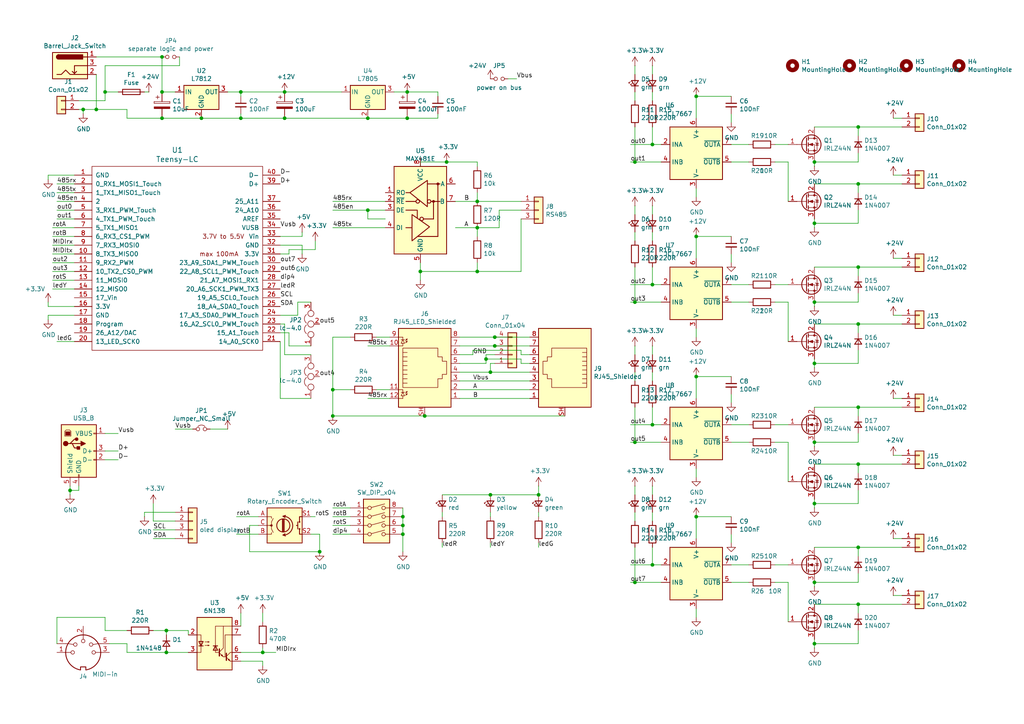
<source format=kicad_sch>
(kicad_sch (version 20250114) (generator "eeschema") (generator_version "9.0")
  (paper "A4")
  (junction (at 48.26 189.23))
  (junction (at 236.22 105.41))
  (junction (at 201.93 27.94))
  (junction (at 138.43 58.42))
  (junction (at 248.92 134.62))
  (junction (at 58.42 34.29))
  (junction (at 116.84 149.86))
  (junction (at 184.15 128.27))
  (junction (at 201.93 68.58))
  (junction (at 248.92 118.11))
  (junction (at 184.15 168.91))
  (junction (at 24.13 31.75))
  (junction (at 236.22 186.69))
  (junction (at 189.23 41.91))
  (junction (at 138.43 78.74))
  (junction (at 118.11 26.67))
  (junction (at 96.52 113.03))
  (junction (at 20.32 142.24))
  (junction (at 138.43 66.04))
  (junction (at 46.99 26.67))
  (junction (at 248.92 93.98))
  (junction (at 69.85 26.67))
  (junction (at 143.51 100.33))
  (junction (at 48.26 182.88))
  (junction (at 248.92 36.83))
  (junction (at 106.68 60.96))
  (junction (at 142.24 143.51))
  (junction (at 142.24 107.95))
  (junction (at 30.48 26.67))
  (junction (at 189.23 82.55))
  (junction (at 156.21 143.51))
  (junction (at 96.52 120.65))
  (junction (at 46.99 16.51))
  (junction (at 248.92 158.75))
  (junction (at 184.15 46.99))
  (junction (at 27.94 31.75))
  (junction (at 92.71 160.02))
  (junction (at 201.93 109.22))
  (junction (at 69.85 34.29))
  (junction (at 236.22 146.05))
  (junction (at 129.54 46.99))
  (junction (at 236.22 128.27))
  (junction (at 201.93 149.86))
  (junction (at 116.84 152.4))
  (junction (at 189.23 123.19))
  (junction (at 184.15 87.63))
  (junction (at 248.92 175.26))
  (junction (at 82.55 34.29))
  (junction (at 46.99 34.29))
  (junction (at 248.92 53.34))
  (junction (at 236.22 46.99))
  (junction (at 236.22 87.63))
  (junction (at 248.92 77.47))
  (junction (at 143.51 97.79))
  (junction (at 116.84 154.94))
  (junction (at 121.92 78.74))
  (junction (at 82.55 26.67))
  (junction (at 76.2 189.23))
  (junction (at 118.11 34.29))
  (junction (at 106.68 34.29))
  (junction (at 236.22 64.77))
  (junction (at 123.19 120.65))
  (junction (at 236.22 168.91))
  (junction (at 189.23 163.83))
  (junction (at 140.97 104.14))
  (wire (pts (xy 212.09 123.19) (xy 217.17 123.19)))
  (wire (pts (xy 259.08 34.29) (xy 261.62 34.29)))
  (wire (pts (xy 138.43 78.74) (xy 121.92 78.74)))
  (wire (pts (xy 21.59 63.5) (xy 16.51 63.5)))
  (wire (pts (xy 106.68 60.96) (xy 106.68 63.5)))
  (wire (pts (xy 48.26 182.88) (xy 54.61 182.88)))
  (wire (pts (xy 116.84 147.32) (xy 116.84 149.86)))
  (wire (pts (xy 21.59 78.74) (xy 15.24 78.74)))
  (wire (pts (xy 163.83 120.65) (xy 123.19 120.65)))
  (wire (pts (xy 248.92 134.62) (xy 261.62 134.62)))
  (wire (pts (xy 30.48 179.07) (xy 30.48 182.88)))
  (wire (pts (xy 259.08 115.57) (xy 261.62 115.57)))
  (wire (pts (xy 201.93 54.61) (xy 201.93 57.15)))
  (wire (pts (xy 76.2 189.23) (xy 76.2 187.96)))
  (wire (pts (xy 109.22 113.03) (xy 113.03 113.03)))
  (wire (pts (xy 142.24 157.48) (xy 142.24 158.75)))
  (wire (pts (xy 153.67 97.79) (xy 143.51 97.79)))
  (wire (pts (xy 22.86 140.97) (xy 22.86 142.24)))
  (wire (pts (xy 121.92 78.74) (xy 121.92 81.28)))
  (wire (pts (xy 248.92 93.98) (xy 261.62 93.98)))
  (wire (pts (xy 236.22 186.69) (xy 248.92 186.69)))
  (wire (pts (xy 248.92 137.16) (xy 248.92 134.62)))
  (wire (pts (xy 81.28 91.44) (xy 86.36 91.44)))
  (wire (pts (xy 189.23 123.19) (xy 182.88 123.19)))
  (wire (pts (xy 101.6 147.32) (xy 96.52 147.32)))
  (wire (pts (xy 96.52 58.42) (xy 111.76 58.42)))
  (wire (pts (xy 82.55 34.29) (xy 106.68 34.29)))
  (wire (pts (xy 118.11 34.29) (xy 127 34.29)))
  (wire (pts (xy 118.11 26.67) (xy 127 26.67)))
  (wire (pts (xy 21.59 53.34) (xy 16.51 53.34)))
  (wire (pts (xy 91.44 72.39) (xy 91.44 69.85)))
  (wire (pts (xy 116.84 154.94) (xy 116.84 152.4)))
  (wire (pts (xy 248.92 128.27) (xy 248.92 125.73)))
  (wire (pts (xy 248.92 175.26) (xy 261.62 175.26)))
  (wire (pts (xy 21.59 68.58) (xy 15.24 68.58)))
  (wire (pts (xy 106.68 63.5) (xy 111.76 63.5)))
  (wire (pts (xy 21.59 66.04) (xy 15.24 66.04)))
  (wire (pts (xy 36.83 31.75) (xy 36.83 34.29)))
  (wire (pts (xy 86.36 87.63) (xy 90.17 87.63)))
  (wire (pts (xy 27.94 31.75) (xy 36.83 31.75)))
  (wire (pts (xy 191.77 87.63) (xy 184.15 87.63)))
  (wire (pts (xy 22.86 29.21) (xy 30.48 29.21)))
  (wire (pts (xy 189.23 82.55) (xy 182.88 82.55)))
  (wire (pts (xy 30.48 19.05) (xy 52.07 19.05)))
  (wire (pts (xy 212.09 41.91) (xy 217.17 41.91)))
  (wire (pts (xy 138.43 55.88) (xy 138.43 58.42)))
  (wire (pts (xy 21.59 81.28) (xy 15.24 81.28)))
  (wire (pts (xy 96.52 120.65) (xy 123.19 120.65)))
  (wire (pts (xy 83.82 72.39) (xy 91.44 72.39)))
  (wire (pts (xy 30.48 29.21) (xy 30.48 26.67)))
  (wire (pts (xy 74.93 149.86) (xy 68.58 149.86)))
  (wire (pts (xy 224.79 82.55) (xy 228.6 82.55)))
  (wire (pts (xy 140.97 102.87) (xy 143.51 102.87)))
  (wire (pts (xy 184.15 36.83) (xy 184.15 46.99)))
  (wire (pts (xy 142.24 143.51) (xy 156.21 143.51)))
  (wire (pts (xy 46.99 16.51) (xy 46.99 26.67)))
  (wire (pts (xy 36.83 189.23) (xy 36.83 186.69)))
  (wire (pts (xy 92.71 160.02) (xy 92.71 154.94)))
  (wire (pts (xy 201.93 95.25) (xy 201.93 97.79)))
  (wire (pts (xy 236.22 134.62) (xy 248.92 134.62)))
  (wire (pts (xy 236.22 53.34) (xy 248.92 53.34)))
  (wire (pts (xy 212.09 76.2) (xy 212.09 73.66)))
  (wire (pts (xy 236.22 187.96) (xy 236.22 186.69)))
  (wire (pts (xy 212.09 68.58) (xy 201.93 68.58)))
  (wire (pts (xy 151.13 105.41) (xy 151.13 104.14)))
  (wire (pts (xy 151.13 101.6) (xy 137.16 101.6)))
  (wire (pts (xy 259.08 50.8) (xy 261.62 50.8)))
  (wire (pts (xy 140.97 104.14) (xy 140.97 102.87)))
  (wire (pts (xy 153.67 105.41) (xy 151.13 105.41)))
  (wire (pts (xy 81.28 68.58) (xy 87.63 68.58)))
  (wire (pts (xy 13.97 50.8) (xy 13.97 52.07)))
  (wire (pts (xy 76.2 189.23) (xy 80.01 189.23)))
  (wire (pts (xy 13.97 91.44) (xy 13.97 92.71)))
  (wire (pts (xy 212.09 35.56) (xy 212.09 33.02)))
  (wire (pts (xy 106.68 60.96) (xy 96.52 60.96)))
  (wire (pts (xy 236.22 146.05) (xy 236.22 144.78)))
  (wire (pts (xy 212.09 116.84) (xy 212.09 114.3)))
  (wire (pts (xy 133.35 105.41) (xy 140.97 105.41)))
  (wire (pts (xy 184.15 140.97) (xy 184.15 143.51)))
  (wire (pts (xy 259.08 91.44) (xy 261.62 91.44)))
  (wire (pts (xy 184.15 67.31) (xy 184.15 69.85)))
  (wire (pts (xy 22.86 142.24) (xy 20.32 142.24)))
  (wire (pts (xy 72.39 160.02) (xy 92.71 160.02)))
  (wire (pts (xy 30.48 182.88) (xy 36.83 182.88)))
  (wire (pts (xy 76.2 191.77) (xy 69.85 191.77)))
  (wire (pts (xy 81.28 93.98) (xy 82.55 93.98)))
  (wire (pts (xy 248.92 158.75) (xy 261.62 158.75)))
  (wire (pts (xy 83.82 73.66) (xy 83.82 72.39)))
  (wire (pts (xy 116.84 149.86) (xy 116.84 152.4)))
  (wire (pts (xy 151.13 78.74) (xy 151.13 63.5)))
  (wire (pts (xy 55.88 124.46) (xy 50.8 124.46)))
  (wire (pts (xy 224.79 46.99) (xy 228.6 46.99)))
  (wire (pts (xy 82.55 102.87) (xy 90.17 102.87)))
  (wire (pts (xy 69.85 177.8) (xy 69.85 181.61)))
  (wire (pts (xy 138.43 66.04) (xy 138.43 68.58)))
  (wire (pts (xy 48.26 189.23) (xy 54.61 189.23)))
  (wire (pts (xy 106.68 34.29) (xy 118.11 34.29)))
  (wire (pts (xy 191.77 82.55) (xy 189.23 82.55)))
  (wire (pts (xy 184.15 168.91) (xy 182.88 168.91)))
  (wire (pts (xy 248.92 87.63) (xy 248.92 85.09)))
  (wire (pts (xy 201.93 74.93) (xy 201.93 68.58)))
  (wire (pts (xy 90.17 149.86) (xy 91.44 149.86)))
  (wire (pts (xy 83.82 100.33) (xy 90.17 100.33)))
  (wire (pts (xy 138.43 48.26) (xy 138.43 46.99)))
  (wire (pts (xy 83.82 96.52) (xy 83.82 100.33)))
  (wire (pts (xy 87.63 68.58) (xy 87.63 67.31)))
  (wire (pts (xy 111.76 60.96) (xy 106.68 60.96)))
  (wire (pts (xy 189.23 100.33) (xy 189.23 102.87)))
  (wire (pts (xy 44.45 182.88) (xy 48.26 182.88)))
  (wire (pts (xy 201.93 135.89) (xy 201.93 138.43)))
  (wire (pts (xy 69.85 34.29) (xy 82.55 34.29)))
  (wire (pts (xy 236.22 66.04) (xy 236.22 64.77)))
  (wire (pts (xy 66.04 26.67) (xy 69.85 26.67)))
  (wire (pts (xy 184.15 19.05) (xy 184.15 21.59)))
  (wire (pts (xy 259.08 156.21) (xy 261.62 156.21)))
  (wire (pts (xy 96.52 113.03) (xy 101.6 113.03)))
  (wire (pts (xy 147.32 22.86) (xy 149.86 22.86)))
  (wire (pts (xy 236.22 158.75) (xy 248.92 158.75)))
  (wire (pts (xy 212.09 168.91) (xy 217.17 168.91)))
  (wire (pts (xy 248.92 146.05) (xy 248.92 142.24)))
  (wire (pts (xy 74.93 152.4) (xy 72.39 152.4)))
  (wire (pts (xy 236.22 87.63) (xy 248.92 87.63)))
  (wire (pts (xy 22.86 31.75) (xy 24.13 31.75)))
  (wire (pts (xy 248.92 186.69) (xy 248.92 182.88)))
  (wire (pts (xy 128.27 143.51) (xy 142.24 143.51)))
  (wire (pts (xy 236.22 105.41) (xy 248.92 105.41)))
  (wire (pts (xy 236.22 147.32) (xy 236.22 146.05)))
  (wire (pts (xy 36.83 34.29) (xy 46.99 34.29)))
  (wire (pts (xy 189.23 67.31) (xy 189.23 69.85)))
  (wire (pts (xy 30.48 26.67) (xy 34.29 26.67)))
  (wire (pts (xy 259.08 172.72) (xy 261.62 172.72)))
  (wire (pts (xy 50.8 151.13) (xy 44.45 151.13)))
  (wire (pts (xy 86.36 91.44) (xy 86.36 87.63)))
  (wire (pts (xy 82.55 93.98) (xy 82.55 102.87)))
  (wire (pts (xy 156.21 143.51) (xy 156.21 140.97)))
  (wire (pts (xy 236.22 93.98) (xy 248.92 93.98)))
  (wire (pts (xy 46.99 26.67) (xy 50.8 26.67)))
  (wire (pts (xy 248.92 118.11) (xy 261.62 118.11)))
  (wire (pts (xy 236.22 64.77) (xy 236.22 63.5)))
  (wire (pts (xy 20.32 142.24) (xy 20.32 140.97)))
  (wire (pts (xy 191.77 168.91) (xy 184.15 168.91)))
  (wire (pts (xy 21.59 60.96) (xy 16.51 60.96)))
  (wire (pts (xy 189.23 118.11) (xy 189.23 123.19)))
  (wire (pts (xy 201.93 156.21) (xy 201.93 149.86)))
  (wire (pts (xy 27.94 21.59) (xy 27.94 31.75)))
  (wire (pts (xy 212.09 82.55) (xy 217.17 82.55)))
  (wire (pts (xy 212.09 27.94) (xy 201.93 27.94)))
  (wire (pts (xy 184.15 77.47) (xy 184.15 87.63)))
  (wire (pts (xy 92.71 154.94) (xy 90.17 154.94)))
  (wire (pts (xy 87.63 71.12) (xy 87.63 73.66)))
  (wire (pts (xy 212.09 87.63) (xy 217.17 87.63)))
  (wire (pts (xy 133.35 113.03) (xy 153.67 113.03)))
  (wire (pts (xy 151.13 102.87) (xy 151.13 101.6)))
  (wire (pts (xy 128.27 157.48) (xy 128.27 158.75)))
  (wire (pts (xy 96.52 113.03) (xy 96.52 120.65)))
  (wire (pts (xy 236.22 129.54) (xy 236.22 128.27)))
  (wire (pts (xy 236.22 88.9) (xy 236.22 87.63)))
  (wire (pts (xy 60.96 124.46) (xy 66.04 124.46)))
  (wire (pts (xy 248.92 96.52) (xy 248.92 93.98)))
  (wire (pts (xy 191.77 163.83) (xy 189.23 163.83)))
  (wire (pts (xy 248.92 80.01) (xy 248.92 77.47)))
  (wire (pts (xy 189.23 148.59) (xy 189.23 151.13)))
  (wire (pts (xy 133.35 107.95) (xy 142.24 107.95)))
  (wire (pts (xy 50.8 153.67) (xy 44.45 153.67)))
  (wire (pts (xy 101.6 152.4) (xy 96.52 152.4)))
  (wire (pts (xy 212.09 157.48) (xy 212.09 154.94)))
  (wire (pts (xy 129.54 46.99) (xy 121.92 46.99)))
  (wire (pts (xy 133.35 110.49) (xy 153.67 110.49)))
  (wire (pts (xy 184.15 118.11) (xy 184.15 128.27)))
  (wire (pts (xy 72.39 152.4) (xy 72.39 160.02)))
  (wire (pts (xy 144.78 60.96) (xy 144.78 66.04)))
  (wire (pts (xy 236.22 77.47) (xy 248.92 77.47)))
  (wire (pts (xy 74.93 154.94) (xy 68.58 154.94)))
  (wire (pts (xy 189.23 41.91) (xy 182.88 41.91)))
  (wire (pts (xy 191.77 41.91) (xy 189.23 41.91)))
  (wire (pts (xy 224.79 87.63) (xy 228.6 87.63)))
  (wire (pts (xy 189.23 19.05) (xy 189.23 21.59)))
  (wire (pts (xy 189.23 163.83) (xy 182.88 163.83)))
  (wire (pts (xy 58.42 34.29) (xy 69.85 34.29)))
  (wire (pts (xy 69.85 26.67) (xy 82.55 26.67)))
  (wire (pts (xy 133.35 97.79) (xy 143.51 97.79)))
  (wire (pts (xy 81.28 73.66) (xy 83.82 73.66)))
  (wire (pts (xy 24.13 31.75) (xy 27.94 31.75)))
  (wire (pts (xy 109.22 97.79) (xy 113.03 97.79)))
  (wire (pts (xy 259.08 74.93) (xy 261.62 74.93)))
  (wire (pts (xy 21.59 91.44) (xy 13.97 91.44)))
  (wire (pts (xy 248.92 77.47) (xy 261.62 77.47)))
  (wire (pts (xy 224.79 163.83) (xy 228.6 163.83)))
  (wire (pts (xy 212.09 46.99) (xy 217.17 46.99)))
  (wire (pts (xy 143.51 100.33) (xy 153.67 100.33)))
  (wire (pts (xy 27.94 16.51) (xy 46.99 16.51)))
  (wire (pts (xy 236.22 170.18) (xy 236.22 168.91)))
  (wire (pts (xy 236.22 64.77) (xy 248.92 64.77)))
  (wire (pts (xy 248.92 120.65) (xy 248.92 118.11)))
  (wire (pts (xy 48.26 182.88) (xy 48.26 184.15)))
  (wire (pts (xy 212.09 163.83) (xy 217.17 163.83)))
  (wire (pts (xy 132.08 66.04) (xy 138.43 66.04)))
  (wire (pts (xy 236.22 186.69) (xy 236.22 185.42)))
  (wire (pts (xy 191.77 123.19) (xy 189.23 123.19)))
  (wire (pts (xy 248.92 168.91) (xy 248.92 166.37)))
  (wire (pts (xy 36.83 186.69) (xy 31.75 186.69)))
  (wire (pts (xy 248.92 55.88) (xy 248.92 53.34)))
  (wire (pts (xy 138.43 46.99) (xy 129.54 46.99)))
  (wire (pts (xy 184.15 87.63) (xy 182.88 87.63)))
  (wire (pts (xy 212.09 109.22) (xy 201.93 109.22)))
  (wire (pts (xy 30.48 133.35) (xy 34.29 133.35)))
  (wire (pts (xy 16.51 179.07) (xy 30.48 179.07)))
  (wire (pts (xy 236.22 118.11) (xy 248.92 118.11)))
  (wire (pts (xy 20.32 143.51) (xy 20.32 142.24)))
  (wire (pts (xy 140.97 105.41) (xy 140.97 104.14)))
  (wire (pts (xy 236.22 146.05) (xy 248.92 146.05)))
  (wire (pts (xy 81.28 96.52) (xy 83.82 96.52)))
  (wire (pts (xy 133.35 115.57) (xy 153.67 115.57)))
  (wire (pts (xy 21.59 71.12) (xy 15.24 71.12)))
  (wire (pts (xy 142.24 105.41) (xy 143.51 105.41)))
  (wire (pts (xy 41.91 26.67) (xy 43.18 26.67)))
  (wire (pts (xy 13.97 88.9) (xy 13.97 87.63)))
  (wire (pts (xy 54.61 182.88) (xy 54.61 184.15)))
  (wire (pts (xy 44.45 151.13) (xy 44.45 146.05)))
  (wire (pts (xy 137.16 101.6) (xy 137.16 102.87)))
  (wire (pts (xy 113.03 115.57) (xy 106.68 115.57)))
  (wire (pts (xy 113.03 100.33) (xy 106.68 100.33)))
  (wire (pts (xy 50.8 156.21) (xy 44.45 156.21)))
  (wire (pts (xy 121.92 76.2) (xy 121.92 78.74)))
  (wire (pts (xy 101.6 154.94) (xy 96.52 154.94)))
  (wire (pts (xy 16.51 186.69) (xy 16.51 179.07)))
  (wire (pts (xy 248.92 46.99) (xy 248.92 44.45)))
  (wire (pts (xy 50.8 148.59) (xy 41.91 148.59)))
  (wire (pts (xy 201.93 115.57) (xy 201.93 109.22)))
  (wire (pts (xy 151.13 104.14) (xy 140.97 104.14)))
  (wire (pts (xy 34.29 125.73) (xy 30.48 125.73)))
  (wire (pts (xy 96.52 66.04) (xy 111.76 66.04)))
  (wire (pts (xy 184.15 46.99) (xy 182.88 46.99)))
  (wire (pts (xy 153.67 102.87) (xy 151.13 102.87)))
  (wire (pts (xy 184.15 128.27) (xy 182.88 128.27)))
  (wire (pts (xy 184.15 107.95) (xy 184.15 110.49)))
  (wire (pts (xy 69.85 26.67) (xy 69.85 27.94)))
  (wire (pts (xy 248.92 105.41) (xy 248.92 101.6)))
  (wire (pts (xy 116.84 154.94) (xy 116.84 160.02)))
  (wire (pts (xy 133.35 100.33) (xy 143.51 100.33)))
  (wire (pts (xy 189.23 107.95) (xy 189.23 110.49)))
  (wire (pts (xy 101.6 97.79) (xy 96.52 97.79)))
  (wire (pts (xy 228.6 168.91) (xy 228.6 180.34)))
  (wire (pts (xy 114.3 26.67) (xy 118.11 26.67)))
  (wire (pts (xy 142.24 148.59) (xy 142.24 149.86)))
  (wire (pts (xy 138.43 76.2) (xy 138.43 78.74)))
  (wire (pts (xy 21.59 88.9) (xy 13.97 88.9)))
  (wire (pts (xy 153.67 107.95) (xy 142.24 107.95)))
  (wire (pts (xy 133.35 102.87) (xy 137.16 102.87)))
  (wire (pts (xy 184.15 158.75) (xy 184.15 168.91)))
  (wire (pts (xy 191.77 128.27) (xy 184.15 128.27)))
  (wire (pts (xy 212.09 149.86) (xy 201.93 149.86)))
  (wire (pts (xy 224.79 123.19) (xy 228.6 123.19)))
  (wire (pts (xy 236.22 175.26) (xy 248.92 175.26)))
  (wire (pts (xy 212.09 128.27) (xy 217.17 128.27)))
  (wire (pts (xy 144.78 66.04) (xy 138.43 66.04)))
  (wire (pts (xy 151.13 60.96) (xy 144.78 60.96)))
  (wire (pts (xy 184.15 100.33) (xy 184.15 102.87)))
  (wire (pts (xy 121.92 46.99) (xy 121.92 48.26)))
  (wire (pts (xy 248.92 36.83) (xy 261.62 36.83)))
  (wire (pts (xy 236.22 105.41) (xy 236.22 104.14)))
  (wire (pts (xy 259.08 132.08) (xy 261.62 132.08)))
  (wire (pts (xy 21.59 83.82) (xy 15.24 83.82)))
  (wire (pts (xy 228.6 46.99) (xy 228.6 58.42)))
  (wire (pts (xy 21.59 73.66) (xy 15.24 73.66)))
  (wire (pts (xy 138.43 78.74) (xy 151.13 78.74)))
  (wire (pts (xy 21.59 50.8) (xy 13.97 50.8)))
  (wire (pts (xy 82.55 26.67) (xy 99.06 26.67)))
  (wire (pts (xy 236.22 46.99) (xy 248.92 46.99)))
  (wire (pts (xy 132.08 58.42) (xy 138.43 58.42)))
  (wire (pts (xy 156.21 148.59) (xy 156.21 149.86)))
  (wire (pts (xy 76.2 193.04) (xy 76.2 191.77)))
  (wire (pts (xy 248.92 161.29) (xy 248.92 158.75)))
  (wire (pts (xy 236.22 128.27) (xy 248.92 128.27)))
  (wire (pts (xy 52.07 19.05) (xy 52.07 16.51)))
  (wire (pts (xy 127 26.67) (xy 127 27.94)))
  (wire (pts (xy 228.6 128.27) (xy 228.6 139.7)))
  (wire (pts (xy 46.99 34.29) (xy 58.42 34.29)))
  (wire (pts (xy 16.51 99.06) (xy 21.59 99.06)))
  (wire (pts (xy 90.17 115.57) (xy 81.28 115.57)))
  (wire (pts (xy 184.15 26.67) (xy 184.15 29.21)))
  (wire (pts (xy 41.91 148.59) (xy 41.91 149.86)))
  (wire (pts (xy 96.52 97.79) (xy 96.52 113.03)))
  (wire (pts (xy 248.92 177.8) (xy 248.92 175.26)))
  (wire (pts (xy 184.15 148.59) (xy 184.15 151.13)))
  (wire (pts (xy 128.27 148.59) (xy 128.27 149.86)))
  (wire (pts (xy 21.59 58.42) (xy 16.51 58.42)))
  (wire (pts (xy 30.48 26.67) (xy 30.48 19.05)))
  (wire (pts (xy 189.23 158.75) (xy 189.23 163.83)))
  (wire (pts (xy 201.93 176.53) (xy 201.93 179.07)))
  (wire (pts (xy 224.79 168.91) (xy 228.6 168.91)))
  (wire (pts (xy 189.23 140.97) (xy 189.23 143.51)))
  (wire (pts (xy 236.22 48.26) (xy 236.22 46.99)))
  (wire (pts (xy 236.22 168.91) (xy 248.92 168.91)))
  (wire (pts (xy 76.2 180.34) (xy 76.2 177.8)))
  (wire (pts (xy 156.21 157.48) (xy 156.21 158.75)))
  (wire (pts (xy 142.24 107.95) (xy 142.24 105.41)))
  (wire (pts (xy 21.59 55.88) (xy 16.51 55.88)))
  (wire (pts (xy 228.6 87.63) (xy 228.6 99.06)))
  (wire (pts (xy 69.85 33.02) (xy 69.85 34.29)))
  (wire (pts (xy 127 34.29) (xy 127 33.02)))
  (wire (pts (xy 248.92 39.37) (xy 248.92 36.83)))
  (wire (pts (xy 30.48 130.81) (xy 34.29 130.81)))
  (wire (pts (xy 189.23 26.67) (xy 189.23 29.21)))
  (wire (pts (xy 224.79 41.91) (xy 228.6 41.91)))
  (wire (pts (xy 81.28 71.12) (xy 87.63 71.12)))
  (wire (pts (xy 201.93 34.29) (xy 201.93 27.94)))
  (wire (pts (xy 69.85 189.23) (xy 76.2 189.23)))
  (wire (pts (xy 184.15 59.69) (xy 184.15 62.23)))
  (wire (pts (xy 189.23 36.83) (xy 189.23 41.91)))
  (wire (pts (xy 191.77 46.99) (xy 184.15 46.99)))
  (wire (pts (xy 248.92 53.34) (xy 261.62 53.34)))
  (wire (pts (xy 189.23 59.69) (xy 189.23 62.23)))
  (wire (pts (xy 236.22 36.83) (xy 248.92 36.83)))
  (wire (pts (xy 236.22 106.68) (xy 236.22 105.41)))
  (wire (pts (xy 138.43 58.42) (xy 151.13 58.42)))
  (wire (pts (xy 248.92 64.77) (xy 248.92 60.96)))
  (wire (pts (xy 224.79 128.27) (xy 228.6 128.27)))
  (wire (pts (xy 24.13 31.75) (xy 24.13 33.02)))
  (wire (pts (xy 189.23 77.47) (xy 189.23 82.55)))
  (wire (pts (xy 48.26 189.23) (xy 36.83 189.23)))
  (wire (pts (xy 101.6 149.86) (xy 96.52 149.86)))
  (wire (pts (xy 21.59 76.2) (xy 15.24 76.2)))
  (wire (pts (xy 81.28 115.57) (xy 81.28 99.06)))
  (label "rotA" (at 15.24 66.04 0))
  (label "Vbus" (at 149.86 22.86 0))
  (label "out4" (at 92.71 109.22 0))
  (label "B" (at 134.62 58.42 0))
  (label "ledY" (at 142.24 158.75 0))
  (label "485tx" (at 106.68 100.33 0))
  (label "Vusb" (at 81.28 66.04 0))
  (label "D-" (at 34.29 133.35 0))
  (label "SDA" (at 81.28 88.9 0))
  (label "out0" (at 16.51 60.96 0))
  (label "out5" (at 92.71 93.98 0))
  (label "dip4" (at 96.52 154.94 0))
  (label "rotB" (at 15.24 68.58 0))
  (label "ledR" (at 81.28 83.82 0))
  (label "rotA" (at 96.52 147.32 0))
  (label "out3" (at 182.88 87.63 0))
  (label "A" (at 134.62 66.04 0))
  (label "485en" (at 96.52 60.96 0))
  (label "rotB" (at 96.52 149.86 0))
  (label "out7" (at 81.28 76.2 0))
  (label "485en" (at 16.51 58.42 0))
  (label "out1" (at 16.51 63.5 0))
  (label "485rx" (at 16.51 53.34 0))
  (label "485rx" (at 96.52 58.42 0))
  (label "D+" (at 34.29 130.81 0))
  (label "SCL" (at 81.28 86.36 0))
  (label "SDA" (at 44.45 156.21 0))
  (label "ledG" (at 16.51 99.06 0))
  (label "MIDIrx" (at 80.01 189.23 0))
  (label "SCL" (at 44.45 153.67 0))
  (label "out5" (at 182.88 128.27 0))
  (label "Vusb" (at 34.29 125.73 0))
  (label "out0" (at 182.88 41.91 0))
  (label "A" (at 137.16 113.03 0))
  (label "Vbus" (at 137.16 110.49 0))
  (label "rotS" (at 91.44 149.86 0))
  (label "485tx" (at 96.52 66.04 0))
  (label "B" (at 137.16 115.57 0))
  (label "485tx" (at 16.51 55.88 0))
  (label "rotB" (at 68.58 154.94 0))
  (label "out7" (at 182.88 168.91 0))
  (label "ledR" (at 128.27 158.75 0))
  (label "out6" (at 182.88 163.83 0))
  (label "GND" (at 137.16 102.87 0))
  (label "out1" (at 182.88 46.99 0))
  (label "Vusb" (at 50.8 124.46 0))
  (label "MIDIrx" (at 15.24 71.12 0))
  (label "rotS" (at 15.24 81.28 0))
  (label "out3" (at 15.24 78.74 0))
  (label "ledY" (at 15.24 83.82 0))
  (label "out4" (at 182.88 123.19 0))
  (label "rotA" (at 68.58 149.86 0))
  (label "out6" (at 81.28 78.74 0))
  (label "D+" (at 81.28 53.34 0))
  (label "485rx" (at 106.68 115.57 0))
  (label "MIDItx" (at 15.24 73.66 0))
  (label "ledG" (at 156.21 158.75 0))
  (label "dip4" (at 81.28 81.28 0))
  (label "out2" (at 182.88 82.55 0))
  (label "out2" (at 15.24 76.2 0))
  (label "rotS" (at 96.52 152.4 0))
  (label "D-" (at 81.28 50.8 0))
  (symbol (lib_id "moreteensy:Teensy-LC") (at 50.8 74.93 0) (unit 1)
    (property "Reference" "U1" (at 51.435 43.5102 0) (effects (font (size 1.524 1.524))))
    (property "Value" "Teensy-LC" (at 51.435 46.2026 0) (effects (font (size 1.524 1.524))))
    (property "Footprint" "teensy:Teensy_LC" (effects (hide yes)))
  )
  (symbol (lib_id "Driver_FET:ICL7667") (at 201.93 44.45 0) (unit 1)
    (property "Reference" "U6" (at 194.31 30.48 0))
    (property "Value" "ICL7667" (at 196.85 33.02 0))
    (property "Footprint" "Package_DIP:DIP-8_W7.62mm" (effects (hide yes)))
    (property "Datasheet" "http://www.intersil.com/content/dam/Intersil/documents/icl7/icl7667.pdf" (effects (hide yes)))
  )
  (symbol (lib_id "Transistor_FET:IRLZ44N") (at 233.68 41.91 0) (unit 1)
    (property "Reference" "Q1" (at 238.887 40.7416 0) (effects (justify left)))
    (property "Value" "IRLZ44N" (at 238.887 43.053 0) (effects (justify left)))
    (property "Footprint" "Package_TO_SOT_THT:TO-220-3_Horizontal_TabUp" (effects (hide yes)))
    (property "Datasheet" "http://www.irf.com/product-info/datasheets/data/irlz44n.pdf" (effects (hide yes)))
  )
  (symbol (lib_id "Transistor_FET:IRLZ44N") (at 233.68 58.42 0) (unit 1)
    (property "Reference" "Q2" (at 238.887 57.2516 0) (effects (justify left)))
    (property "Value" "IRLZ44N" (at 238.887 59.563 0) (effects (justify left)))
    (property "Footprint" "Package_TO_SOT_THT:TO-220-3_Horizontal_TabUp" (effects (hide yes)))
    (property "Datasheet" "http://www.irf.com/product-info/datasheets/data/irlz44n.pdf" (effects (hide yes)))
  )
  (symbol (lib_id "Device:R") (at 220.98 41.91 270) (unit 1)
    (property "Reference" "R19" (at 219.71 39.37 90))
    (property "Value" "10R" (at 223.52 39.37 90))
    (property "Footprint" "Resistor_THT:R_Axial_DIN0207_L6.3mm_D2.5mm_P7.62mm_Horizontal" (effects (hide yes)))
  )
  (symbol (lib_id "Device:R") (at 220.98 46.99 270) (unit 1)
    (property "Reference" "R20" (at 219.71 49.53 90))
    (property "Value" "10R" (at 222.25 49.53 90))
    (property "Footprint" "Resistor_THT:R_Axial_DIN0207_L6.3mm_D2.5mm_P7.62mm_Horizontal" (effects (hide yes)))
  )
  (symbol (lib_id "Connector_Generic:Conn_01x02") (at 266.7 34.29 0) (unit 1)
    (property "Reference" "J10" (at 268.732 34.4932 0) (effects (justify left)))
    (property "Value" "Conn_01x02" (at 268.732 36.8046 0) (effects (justify left)))
    (property "Footprint" "Connector_Phoenix_MC:PhoenixContact_MC_1,5_2-G-3.81_1x02_P3.81mm_Horizontal" (effects (hide yes)))
  )
  (symbol (lib_id "Connector_Generic:Conn_01x02") (at 266.7 50.8 0) (unit 1)
    (property "Reference" "J11" (at 268.732 51.0032 0) (effects (justify left)))
    (property "Value" "Conn_01x02" (at 268.732 53.3146 0) (effects (justify left)))
    (property "Footprint" "Connector_Phoenix_MC:PhoenixContact_MC_1,5_2-G-3.81_1x02_P3.81mm_Horizontal" (effects (hide yes)))
  )
  (symbol (lib_id "power:GND") (at 236.22 66.04 0) (unit 1)
    (property "Reference" "#PWR045" (effects (hide yes)))
    (property "Value" "GND" (at 236.347 70.4342 0))
  )
  (symbol (lib_id "power:GND") (at 236.22 48.26 0) (unit 1)
    (property "Reference" "#PWR044" (effects (hide yes)))
    (property "Value" "GND" (at 236.347 52.6542 0))
  )
  (symbol (lib_id "power:+24V") (at 259.08 34.29 0) (unit 1)
    (property "Reference" "#PWR052" (effects (hide yes)))
    (property "Value" "+24V" (at 259.461 29.8958 0))
  )
  (symbol (lib_id "power:+24V") (at 259.08 50.8 0) (unit 1)
    (property "Reference" "#PWR053" (effects (hide yes)))
    (property "Value" "+24V" (at 259.461 46.4058 0))
  )
  (symbol (lib_id "power:GND") (at 201.93 57.15 0) (unit 1)
    (property "Reference" "#PWR033" (effects (hide yes)))
    (property "Value" "GND" (at 202.057 61.5442 0))
  )
  (symbol (lib_id "power:+12V") (at 201.93 27.94 0) (unit 1)
    (property "Reference" "#PWR032" (effects (hide yes)))
    (property "Value" "+12V" (at 202.311 23.5458 0))
  )
  (symbol (lib_id "Regulator_Linear:L7805") (at 106.68 26.67 0) (unit 1)
    (property "Reference" "U4" (at 106.68 20.5232 0))
    (property "Value" "L7805" (at 106.68 22.8346 0))
    (property "Footprint" "Package_TO_SOT_THT:TO-220-3_Horizontal_TabUp" (effects (hide yes)))
    (property "Datasheet" "http://www.st.com/content/ccc/resource/technical/document/datasheet/41/4f/b3/b0/12/d4/47/88/CD00000444.pdf/files/CD00000444.pdf/jcr:content/translations/en.CD00000444.pdf" (effects (hide yes)))
  )
  (symbol (lib_id "Regulator_Linear:L7812") (at 58.42 26.67 0) (unit 1)
    (property "Reference" "U2" (at 58.42 20.5232 0))
    (property "Value" "L7812" (at 58.42 22.8346 0))
    (property "Footprint" "Package_TO_SOT_THT:TO-220-3_Horizontal_TabUp" (effects (hide yes)))
    (property "Datasheet" "http://www.st.com/content/ccc/resource/technical/document/datasheet/41/4f/b3/b0/12/d4/47/88/CD00000444.pdf/files/CD00000444.pdf/jcr:content/translations/en.CD00000444.pdf" (effects (hide yes)))
  )
  (symbol (lib_id "Device:C_Small") (at 127 30.48 0) (unit 1)
    (property "Reference" "C5" (at 129.3368 29.3116 0) (effects (justify left)))
    (property "Value" "100nF" (at 129.3368 31.623 0) (effects (justify left)))
    (property "Footprint" "Capacitor_THT:C_Disc_D5.0mm_W2.5mm_P5.00mm" (effects (hide yes)))
  )
  (symbol (lib_id "Device:C_Small") (at 69.85 30.48 0) (unit 1)
    (property "Reference" "C2" (at 72.1868 29.3116 0) (effects (justify left)))
    (property "Value" "100nF" (at 72.1868 31.623 0) (effects (justify left)))
    (property "Footprint" "Capacitor_THT:C_Disc_D5.0mm_W2.5mm_P5.00mm" (effects (hide yes)))
  )
  (symbol (lib_id "Device:C_Small") (at 212.09 30.48 0) (unit 1)
    (property "Reference" "C6" (at 214.4268 29.3116 0) (effects (justify left)))
    (property "Value" "100nF" (at 214.4268 31.623 0) (effects (justify left)))
    (property "Footprint" "Capacitor_THT:C_Disc_D3.0mm_W2.0mm_P2.50mm" (effects (hide yes)))
  )
  (symbol (lib_id "power:GND") (at 212.09 35.56 0) (unit 1)
    (property "Reference" "#PWR040" (effects (hide yes)))
    (property "Value" "GND" (at 212.217 39.9542 0))
  )
  (symbol (lib_id "Device:R") (at 184.15 33.02 0) (unit 1)
    (property "Reference" "R11" (at 185.928 31.8516 0) (effects (justify left)))
    (property "Value" "220R" (at 185.928 34.163 0) (effects (justify left)))
    (property "Footprint" "Resistor_THT:R_Axial_DIN0207_L6.3mm_D2.5mm_P7.62mm_Horizontal" (effects (hide yes)))
  )
  (symbol (lib_id "Device:R") (at 189.23 33.02 0) (unit 1)
    (property "Reference" "R15" (at 191.008 31.8516 0) (effects (justify left)))
    (property "Value" "220R" (at 191.008 34.163 0) (effects (justify left)))
    (property "Footprint" "Resistor_THT:R_Axial_DIN0207_L6.3mm_D2.5mm_P7.62mm_Horizontal" (effects (hide yes)))
  )
  (symbol (lib_id "Device:LED_Small") (at 184.15 24.13 90) (unit 1)
    (property "Reference" "D5" (at 185.8772 22.9616 90) (effects (justify right)))
    (property "Value" "grn" (at 185.8772 25.273 90) (effects (justify right)))
    (property "Footprint" "LED_THT:LED_D3.0mm" (effects (hide yes)))
  )
  (symbol (lib_id "Device:LED_Small") (at 189.23 24.13 90) (unit 1)
    (property "Reference" "D9" (at 190.9572 22.9616 90) (effects (justify right)))
    (property "Value" "grn" (at 190.9572 25.273 90) (effects (justify right)))
    (property "Footprint" "LED_THT:LED_D3.0mm" (effects (hide yes)))
  )
  (symbol (lib_id "power:+3.3V") (at 184.15 19.05 0) (unit 1)
    (property "Reference" "#PWR024" (effects (hide yes)))
    (property "Value" "+3.3V" (at 184.531 14.6558 0))
  )
  (symbol (lib_id "power:+3.3V") (at 189.23 19.05 0) (unit 1)
    (property "Reference" "#PWR028" (effects (hide yes)))
    (property "Value" "+3.3V" (at 189.611 14.6558 0))
  )
  (symbol (lib_id "Device:D_Small") (at 248.92 41.91 270) (unit 1)
    (property "Reference" "D13" (at 250.6472 40.7416 90) (effects (justify left)))
    (property "Value" "1N4007" (at 250.6472 43.053 90) (effects (justify left)))
    (property "Footprint" "Diode_THT:D_A-405_P7.62mm_Horizontal" (effects (hide yes)))
  )
  (symbol (lib_id "Device:D_Small") (at 248.92 58.42 270) (unit 1)
    (property "Reference" "D14" (at 250.6472 57.2516 90) (effects (justify left)))
    (property "Value" "1N4007" (at 250.6472 59.563 90) (effects (justify left)))
    (property "Footprint" "Diode_THT:D_A-405_P7.62mm_Horizontal" (effects (hide yes)))
  )
  (symbol (lib_id "Connector_Generic:Conn_01x04") (at 55.88 151.13 0) (unit 1)
    (property "Reference" "J5" (at 57.8866 151.3332 0) (effects (justify left)))
    (property "Value" "oled display" (at 57.8866 153.6446 0) (effects (justify left)))
    (property "Footprint" "Connector_PinHeader_2.54mm:PinHeader_1x04_P2.54mm_Vertical" (effects (hide yes)))
  )
  (symbol (lib_id "Device:Rotary_Encoder_Switch") (at 82.55 152.4 0) (unit 1)
    (property "Reference" "SW1" (at 82.55 143.0782 0))
    (property "Value" "Rotary_Encoder_Switch" (at 82.55 145.3896 0))
    (property "Footprint" "Rotary_Encoder:RotaryEncoder_Alps_EC11E-Switch_Vertical_H20mm" (effects (hide yes)))
  )
  (symbol (lib_id "Device:LED_Small") (at 128.27 146.05 90) (unit 1)
    (property "Reference" "D2" (at 129.9972 144.8816 90) (effects (justify right)))
    (property "Value" "red" (at 129.9972 147.193 90) (effects (justify right)))
    (property "Footprint" "LED_THT:LED_D3.0mm" (effects (hide yes)))
  )
  (symbol (lib_id "Device:LED_Small") (at 142.24 146.05 90) (unit 1)
    (property "Reference" "D3" (at 143.9672 144.8816 90) (effects (justify right)))
    (property "Value" "yellow" (at 143.9672 147.193 90) (effects (justify right)))
    (property "Footprint" "LED_THT:LED_D3.0mm" (effects (hide yes)))
  )
  (symbol (lib_id "Device:LED_Small") (at 156.21 146.05 90) (unit 1)
    (property "Reference" "D4" (at 157.9372 144.8816 90) (effects (justify right)))
    (property "Value" "green" (at 157.9372 147.193 90) (effects (justify right)))
    (property "Footprint" "LED_THT:LED_D3.0mm" (effects (hide yes)))
  )
  (symbol (lib_id "Switch:SW_DIP_x04") (at 109.22 152.4 0) (unit 1)
    (property "Reference" "SW2" (at 109.22 140.5382 0))
    (property "Value" "SW_DIP_x04" (at 109.22 142.8496 0))
    (property "Footprint" "Package_DIP:DIP-8_W7.62mm" (effects (hide yes)))
  )
  (symbol (lib_id "Device:R") (at 128.27 153.67 0) (unit 1)
    (property "Reference" "R5" (at 130.048 152.5016 0) (effects (justify left)))
    (property "Value" "220R" (at 130.048 154.813 0) (effects (justify left)))
    (property "Footprint" "Resistor_THT:R_Axial_DIN0207_L6.3mm_D2.5mm_P7.62mm_Horizontal" (effects (hide yes)))
  )
  (symbol (lib_id "Device:R") (at 142.24 153.67 0) (unit 1)
    (property "Reference" "R9" (at 144.018 152.5016 0) (effects (justify left)))
    (property "Value" "220R" (at 144.018 154.813 0) (effects (justify left)))
    (property "Footprint" "Resistor_THT:R_Axial_DIN0207_L6.3mm_D2.5mm_P7.62mm_Horizontal" (effects (hide yes)))
  )
  (symbol (lib_id "Device:R") (at 156.21 153.67 0) (unit 1)
    (property "Reference" "R10" (at 157.988 152.5016 0) (effects (justify left)))
    (property "Value" "220R" (at 157.988 154.813 0) (effects (justify left)))
    (property "Footprint" "Resistor_THT:R_Axial_DIN0207_L6.3mm_D2.5mm_P7.62mm_Horizontal" (effects (hide yes)))
  )
  (symbol (lib_id "Device:CP") (at 118.11 30.48 0) (unit 1)
    (property "Reference" "C4" (at 121.1072 29.3116 0) (effects (justify left)))
    (property "Value" "100uF" (at 121.1072 31.623 0) (effects (justify left)))
    (property "Footprint" "Capacitor_THT:CP_Radial_D6.3mm_P2.50mm" (effects (hide yes)))
  )
  (symbol (lib_id "Device:CP") (at 46.99 30.48 0) (unit 1)
    (property "Reference" "C1" (at 49.9872 29.3116 0) (effects (justify left)))
    (property "Value" "10uF" (at 49.9872 31.623 0) (effects (justify left)))
    (property "Footprint" "Capacitor_THT:CP_Radial_D5.0mm_P2.50mm" (effects (hide yes)))
  )
  (symbol (lib_id "Device:CP") (at 82.55 30.48 0) (unit 1)
    (property "Reference" "C3" (at 85.5472 29.3116 0) (effects (justify left)))
    (property "Value" "100uF" (at 85.5472 31.623 0) (effects (justify left)))
    (property "Footprint" "Capacitor_THT:CP_Radial_D6.3mm_P2.50mm" (effects (hide yes)))
  )
  (symbol (lib_id "Device:Fuse") (at 38.1 26.67 270) (unit 1)
    (property "Reference" "F1" (at 38.1 21.6662 90))
    (property "Value" "Fuse" (at 38.1 23.9776 90))
    (property "Footprint" "Fuse:Fuse_Bourns_MF-RHT300" (effects (hide yes)))
  )
  (symbol (lib_id "Driver_FET:ICL7667") (at 201.93 85.09 0) (unit 1)
    (property "Reference" "U7" (at 194.31 71.12 0))
    (property "Value" "ICL7667" (at 196.85 73.66 0))
    (property "Footprint" "Package_DIP:DIP-8_W7.62mm" (effects (hide yes)))
    (property "Datasheet" "http://www.intersil.com/content/dam/Intersil/documents/icl7/icl7667.pdf" (effects (hide yes)))
  )
  (symbol (lib_id "Transistor_FET:IRLZ44N") (at 233.68 82.55 0) (unit 1)
    (property "Reference" "Q3" (at 238.887 81.3816 0) (effects (justify left)))
    (property "Value" "IRLZ44N" (at 238.887 83.693 0) (effects (justify left)))
    (property "Footprint" "Package_TO_SOT_THT:TO-220-3_Horizontal_TabUp" (effects (hide yes)))
    (property "Datasheet" "http://www.irf.com/product-info/datasheets/data/irlz44n.pdf" (effects (hide yes)))
  )
  (symbol (lib_id "Transistor_FET:IRLZ44N") (at 233.68 99.06 0) (unit 1)
    (property "Reference" "Q4" (at 238.887 97.8916 0) (effects (justify left)))
    (property "Value" "IRLZ44N" (at 238.887 100.203 0) (effects (justify left)))
    (property "Footprint" "Package_TO_SOT_THT:TO-220-3_Horizontal_TabUp" (effects (hide yes)))
    (property "Datasheet" "http://www.irf.com/product-info/datasheets/data/irlz44n.pdf" (effects (hide yes)))
  )
  (symbol (lib_id "Device:R") (at 220.98 82.55 270) (unit 1)
    (property "Reference" "R21" (at 219.71 80.01 90))
    (property "Value" "10R" (at 223.52 80.01 90))
    (property "Footprint" "Resistor_THT:R_Axial_DIN0207_L6.3mm_D2.5mm_P7.62mm_Horizontal" (effects (hide yes)))
  )
  (symbol (lib_id "Device:R") (at 220.98 87.63 270) (unit 1)
    (property "Reference" "R22" (at 219.71 90.17 90))
    (property "Value" "10R" (at 222.25 90.17 90))
    (property "Footprint" "Resistor_THT:R_Axial_DIN0207_L6.3mm_D2.5mm_P7.62mm_Horizontal" (effects (hide yes)))
  )
  (symbol (lib_id "Connector_Generic:Conn_01x02") (at 266.7 74.93 0) (unit 1)
    (property "Reference" "J12" (at 268.732 75.1332 0) (effects (justify left)))
    (property "Value" "Conn_01x02" (at 268.732 77.4446 0) (effects (justify left)))
    (property "Footprint" "Connector_Phoenix_MC:PhoenixContact_MC_1,5_2-G-3.81_1x02_P3.81mm_Horizontal" (effects (hide yes)))
  )
  (symbol (lib_id "Connector_Generic:Conn_01x02") (at 266.7 91.44 0) (unit 1)
    (property "Reference" "J13" (at 268.732 91.6432 0) (effects (justify left)))
    (property "Value" "Conn_01x02" (at 268.732 93.9546 0) (effects (justify left)))
    (property "Footprint" "Connector_Phoenix_MC:PhoenixContact_MC_1,5_2-G-3.81_1x02_P3.81mm_Horizontal" (effects (hide yes)))
  )
  (symbol (lib_id "power:GND") (at 236.22 106.68 0) (unit 1)
    (property "Reference" "#PWR047" (effects (hide yes)))
    (property "Value" "GND" (at 236.347 111.0742 0))
  )
  (symbol (lib_id "power:GND") (at 236.22 88.9 0) (unit 1)
    (property "Reference" "#PWR046" (effects (hide yes)))
    (property "Value" "GND" (at 236.347 93.2942 0))
  )
  (symbol (lib_id "power:+24V") (at 259.08 74.93 0) (unit 1)
    (property "Reference" "#PWR054" (effects (hide yes)))
    (property "Value" "+24V" (at 259.461 70.5358 0))
  )
  (symbol (lib_id "power:+24V") (at 259.08 91.44 0) (unit 1)
    (property "Reference" "#PWR055" (effects (hide yes)))
    (property "Value" "+24V" (at 259.461 87.0458 0))
  )
  (symbol (lib_id "power:GND") (at 201.93 97.79 0) (unit 1)
    (property "Reference" "#PWR035" (effects (hide yes)))
    (property "Value" "GND" (at 202.057 102.1842 0))
  )
  (symbol (lib_id "power:+12V") (at 201.93 68.58 0) (unit 1)
    (property "Reference" "#PWR034" (effects (hide yes)))
    (property "Value" "+12V" (at 202.311 64.1858 0))
  )
  (symbol (lib_id "Device:C_Small") (at 212.09 71.12 0) (unit 1)
    (property "Reference" "C7" (at 214.4268 69.9516 0) (effects (justify left)))
    (property "Value" "100nF" (at 214.4268 72.263 0) (effects (justify left)))
    (property "Footprint" "Capacitor_THT:C_Disc_D3.0mm_W2.0mm_P2.50mm" (effects (hide yes)))
  )
  (symbol (lib_id "power:GND") (at 212.09 76.2 0) (unit 1)
    (property "Reference" "#PWR041" (effects (hide yes)))
    (property "Value" "GND" (at 212.217 80.5942 0))
  )
  (symbol (lib_id "Device:R") (at 184.15 73.66 0) (unit 1)
    (property "Reference" "R12" (at 185.928 72.4916 0) (effects (justify left)))
    (property "Value" "220R" (at 185.928 74.803 0) (effects (justify left)))
    (property "Footprint" "Resistor_THT:R_Axial_DIN0207_L6.3mm_D2.5mm_P7.62mm_Horizontal" (effects (hide yes)))
  )
  (symbol (lib_id "Device:R") (at 189.23 73.66 0) (unit 1)
    (property "Reference" "R16" (at 191.008 72.4916 0) (effects (justify left)))
    (property "Value" "220R" (at 191.008 74.803 0) (effects (justify left)))
    (property "Footprint" "Resistor_THT:R_Axial_DIN0207_L6.3mm_D2.5mm_P7.62mm_Horizontal" (effects (hide yes)))
  )
  (symbol (lib_id "Device:LED_Small") (at 184.15 64.77 90) (unit 1)
    (property "Reference" "D6" (at 185.8772 63.6016 90) (effects (justify right)))
    (property "Value" "grn" (at 185.8772 65.913 90) (effects (justify right)))
    (property "Footprint" "LED_THT:LED_D3.0mm" (effects (hide yes)))
  )
  (symbol (lib_id "Device:LED_Small") (at 189.23 64.77 90) (unit 1)
    (property "Reference" "D10" (at 190.9572 63.6016 90) (effects (justify right)))
    (property "Value" "grn" (at 190.9572 65.913 90) (effects (justify right)))
    (property "Footprint" "LED_THT:LED_D3.0mm" (effects (hide yes)))
  )
  (symbol (lib_id "power:+3.3V") (at 184.15 59.69 0) (unit 1)
    (property "Reference" "#PWR025" (effects (hide yes)))
    (property "Value" "+3.3V" (at 184.531 55.2958 0))
  )
  (symbol (lib_id "power:+3.3V") (at 189.23 59.69 0) (unit 1)
    (property "Reference" "#PWR029" (effects (hide yes)))
    (property "Value" "+3.3V" (at 189.611 55.2958 0))
  )
  (symbol (lib_id "Device:D_Small") (at 248.92 82.55 270) (unit 1)
    (property "Reference" "D15" (at 250.6472 81.3816 90) (effects (justify left)))
    (property "Value" "1N4007" (at 250.6472 83.693 90) (effects (justify left)))
    (property "Footprint" "Diode_THT:D_A-405_P7.62mm_Horizontal" (effects (hide yes)))
  )
  (symbol (lib_id "Device:D_Small") (at 248.92 99.06 270) (unit 1)
    (property "Reference" "D16" (at 250.6472 97.8916 90) (effects (justify left)))
    (property "Value" "1N4007" (at 250.6472 100.203 90) (effects (justify left)))
    (property "Footprint" "Diode_THT:D_A-405_P7.62mm_Horizontal" (effects (hide yes)))
  )
  (symbol (lib_id "Driver_FET:ICL7667") (at 201.93 125.73 0) (unit 1)
    (property "Reference" "U8" (at 194.31 111.76 0))
    (property "Value" "ICL7667" (at 196.85 114.3 0))
    (property "Footprint" "Package_DIP:DIP-8_W7.62mm" (effects (hide yes)))
    (property "Datasheet" "http://www.intersil.com/content/dam/Intersil/documents/icl7/icl7667.pdf" (effects (hide yes)))
  )
  (symbol (lib_id "Transistor_FET:IRLZ44N") (at 233.68 123.19 0) (unit 1)
    (property "Reference" "Q5" (at 238.887 122.0216 0) (effects (justify left)))
    (property "Value" "IRLZ44N" (at 238.887 124.333 0) (effects (justify left)))
    (property "Footprint" "Package_TO_SOT_THT:TO-220-3_Horizontal_TabUp" (effects (hide yes)))
    (property "Datasheet" "http://www.irf.com/product-info/datasheets/data/irlz44n.pdf" (effects (hide yes)))
  )
  (symbol (lib_id "Transistor_FET:IRLZ44N") (at 233.68 139.7 0) (unit 1)
    (property "Reference" "Q6" (at 238.887 138.5316 0) (effects (justify left)))
    (property "Value" "IRLZ44N" (at 238.887 140.843 0) (effects (justify left)))
    (property "Footprint" "Package_TO_SOT_THT:TO-220-3_Horizontal_TabUp" (effects (hide yes)))
    (property "Datasheet" "http://www.irf.com/product-info/datasheets/data/irlz44n.pdf" (effects (hide yes)))
  )
  (symbol (lib_id "Device:R") (at 220.98 123.19 270) (unit 1)
    (property "Reference" "R23" (at 219.71 120.65 90))
    (property "Value" "10R" (at 223.52 120.65 90))
    (property "Footprint" "Resistor_THT:R_Axial_DIN0207_L6.3mm_D2.5mm_P7.62mm_Horizontal" (effects (hide yes)))
  )
  (symbol (lib_id "Device:R") (at 220.98 128.27 270) (unit 1)
    (property "Reference" "R24" (at 219.71 130.81 90))
    (property "Value" "10R" (at 223.52 130.81 90))
    (property "Footprint" "Resistor_THT:R_Axial_DIN0207_L6.3mm_D2.5mm_P7.62mm_Horizontal" (effects (hide yes)))
  )
  (symbol (lib_id "Connector_Generic:Conn_01x02") (at 266.7 115.57 0) (unit 1)
    (property "Reference" "J14" (at 268.732 115.7732 0) (effects (justify left)))
    (property "Value" "Conn_01x02" (at 268.732 118.0846 0) (effects (justify left)))
    (property "Footprint" "Connector_Phoenix_MC:PhoenixContact_MC_1,5_2-G-3.81_1x02_P3.81mm_Horizontal" (effects (hide yes)))
  )
  (symbol (lib_id "Connector_Generic:Conn_01x02") (at 266.7 132.08 0) (unit 1)
    (property "Reference" "J15" (at 268.732 132.2832 0) (effects (justify left)))
    (property "Value" "Conn_01x02" (at 268.732 134.5946 0) (effects (justify left)))
    (property "Footprint" "Connector_Phoenix_MC:PhoenixContact_MC_1,5_2-G-3.81_1x02_P3.81mm_Horizontal" (effects (hide yes)))
  )
  (symbol (lib_id "power:GND") (at 236.22 147.32 0) (unit 1)
    (property "Reference" "#PWR049" (effects (hide yes)))
    (property "Value" "GND" (at 236.347 151.7142 0))
  )
  (symbol (lib_id "power:GND") (at 236.22 129.54 0) (unit 1)
    (property "Reference" "#PWR048" (effects (hide yes)))
    (property "Value" "GND" (at 236.347 133.9342 0))
  )
  (symbol (lib_id "power:+24V") (at 259.08 115.57 0) (unit 1)
    (property "Reference" "#PWR056" (effects (hide yes)))
    (property "Value" "+24V" (at 259.461 111.1758 0))
  )
  (symbol (lib_id "power:+24V") (at 259.08 132.08 0) (unit 1)
    (property "Reference" "#PWR057" (effects (hide yes)))
    (property "Value" "+24V" (at 259.461 127.6858 0))
  )
  (symbol (lib_id "power:GND") (at 201.93 138.43 0) (unit 1)
    (property "Reference" "#PWR037" (effects (hide yes)))
    (property "Value" "GND" (at 202.057 142.8242 0))
  )
  (symbol (lib_id "power:+12V") (at 201.93 109.22 0) (unit 1)
    (property "Reference" "#PWR036" (effects (hide yes)))
    (property "Value" "+12V" (at 202.311 104.8258 0))
  )
  (symbol (lib_id "Device:C_Small") (at 212.09 111.76 0) (unit 1)
    (property "Reference" "C8" (at 214.4268 110.5916 0) (effects (justify left)))
    (property "Value" "100nF" (at 214.4268 112.903 0) (effects (justify left)))
    (property "Footprint" "Capacitor_THT:C_Disc_D3.0mm_W2.0mm_P2.50mm" (effects (hide yes)))
  )
  (symbol (lib_id "power:GND") (at 212.09 116.84 0) (unit 1)
    (property "Reference" "#PWR042" (effects (hide yes)))
    (property "Value" "GND" (at 212.217 121.2342 0))
  )
  (symbol (lib_id "Device:R") (at 184.15 114.3 0) (unit 1)
    (property "Reference" "R13" (at 185.928 113.1316 0) (effects (justify left)))
    (property "Value" "220R" (at 185.928 115.443 0) (effects (justify left)))
    (property "Footprint" "Resistor_THT:R_Axial_DIN0207_L6.3mm_D2.5mm_P7.62mm_Horizontal" (effects (hide yes)))
  )
  (symbol (lib_id "Device:R") (at 189.23 114.3 0) (unit 1)
    (property "Reference" "R17" (at 191.008 113.1316 0) (effects (justify left)))
    (property "Value" "220R" (at 191.008 115.443 0) (effects (justify left)))
    (property "Footprint" "Resistor_THT:R_Axial_DIN0207_L6.3mm_D2.5mm_P7.62mm_Horizontal" (effects (hide yes)))
  )
  (symbol (lib_id "Device:LED_Small") (at 184.15 105.41 90) (unit 1)
    (property "Reference" "D7" (at 185.8772 104.2416 90) (effects (justify right)))
    (property "Value" "grn" (at 185.8772 106.553 90) (effects (justify right)))
    (property "Footprint" "LED_THT:LED_D3.0mm" (effects (hide yes)))
  )
  (symbol (lib_id "Device:LED_Small") (at 189.23 105.41 90) (unit 1)
    (property "Reference" "D11" (at 190.9572 104.2416 90) (effects (justify right)))
    (property "Value" "grn" (at 190.9572 106.553 90) (effects (justify right)))
    (property "Footprint" "LED_THT:LED_D3.0mm" (effects (hide yes)))
  )
  (symbol (lib_id "power:+3.3V") (at 184.15 100.33 0) (unit 1)
    (property "Reference" "#PWR026" (effects (hide yes)))
    (property "Value" "+3.3V" (at 184.531 95.9358 0))
  )
  (symbol (lib_id "power:+3.3V") (at 189.23 100.33 0) (unit 1)
    (property "Reference" "#PWR030" (effects (hide yes)))
    (property "Value" "+3.3V" (at 189.611 95.9358 0))
  )
  (symbol (lib_id "Device:D_Small") (at 248.92 123.19 270) (unit 1)
    (property "Reference" "D17" (at 250.6472 122.0216 90) (effects (justify left)))
    (property "Value" "1N4007" (at 250.6472 124.333 90) (effects (justify left)))
    (property "Footprint" "Diode_THT:D_A-405_P7.62mm_Horizontal" (effects (hide yes)))
  )
  (symbol (lib_id "Device:D_Small") (at 248.92 139.7 270) (unit 1)
    (property "Reference" "D18" (at 250.6472 138.5316 90) (effects (justify left)))
    (property "Value" "1N4007" (at 250.6472 140.843 90) (effects (justify left)))
    (property "Footprint" "Diode_THT:D_A-405_P7.62mm_Horizontal" (effects (hide yes)))
  )
  (symbol (lib_id "Driver_FET:ICL7667") (at 201.93 166.37 0) (unit 1)
    (property "Reference" "U9" (at 194.31 152.4 0))
    (property "Value" "ICL7667" (at 196.85 154.94 0))
    (property "Footprint" "Package_DIP:DIP-8_W7.62mm" (effects (hide yes)))
    (property "Datasheet" "http://www.intersil.com/content/dam/Intersil/documents/icl7/icl7667.pdf" (effects (hide yes)))
  )
  (symbol (lib_id "Transistor_FET:IRLZ44N") (at 233.68 163.83 0) (unit 1)
    (property "Reference" "Q7" (at 238.887 162.6616 0) (effects (justify left)))
    (property "Value" "IRLZ44N" (at 238.887 164.973 0) (effects (justify left)))
    (property "Footprint" "Package_TO_SOT_THT:TO-220-3_Horizontal_TabUp" (effects (hide yes)))
    (property "Datasheet" "http://www.irf.com/product-info/datasheets/data/irlz44n.pdf" (effects (hide yes)))
  )
  (symbol (lib_id "Transistor_FET:IRLZ44N") (at 233.68 180.34 0) (unit 1)
    (property "Reference" "Q8" (at 238.887 179.1716 0) (effects (justify left)))
    (property "Value" "IRLZ44N" (at 238.887 181.483 0) (effects (justify left)))
    (property "Footprint" "Package_TO_SOT_THT:TO-220-3_Horizontal_TabUp" (effects (hide yes)))
    (property "Datasheet" "http://www.irf.com/product-info/datasheets/data/irlz44n.pdf" (effects (hide yes)))
  )
  (symbol (lib_id "Device:R") (at 220.98 163.83 270) (unit 1)
    (property "Reference" "R25" (at 219.71 161.29 90))
    (property "Value" "10R" (at 223.52 161.29 90))
    (property "Footprint" "Resistor_THT:R_Axial_DIN0207_L6.3mm_D2.5mm_P7.62mm_Horizontal" (effects (hide yes)))
  )
  (symbol (lib_id "Device:R") (at 220.98 168.91 270) (unit 1)
    (property "Reference" "R26" (at 219.71 171.45 90))
    (property "Value" "10R" (at 224.79 171.45 90))
    (property "Footprint" "Resistor_THT:R_Axial_DIN0207_L6.3mm_D2.5mm_P7.62mm_Horizontal" (effects (hide yes)))
  )
  (symbol (lib_id "Connector_Generic:Conn_01x02") (at 266.7 156.21 0) (unit 1)
    (property "Reference" "J16" (at 268.732 156.4132 0) (effects (justify left)))
    (property "Value" "Conn_01x02" (at 268.732 158.7246 0) (effects (justify left)))
    (property "Footprint" "Connector_Phoenix_MC:PhoenixContact_MC_1,5_2-G-3.81_1x02_P3.81mm_Horizontal" (effects (hide yes)))
  )
  (symbol (lib_id "Connector_Generic:Conn_01x02") (at 266.7 172.72 0) (unit 1)
    (property "Reference" "J17" (at 268.732 172.9232 0) (effects (justify left)))
    (property "Value" "Conn_01x02" (at 268.732 175.2346 0) (effects (justify left)))
    (property "Footprint" "Connector_Phoenix_MC:PhoenixContact_MC_1,5_2-G-3.81_1x02_P3.81mm_Horizontal" (effects (hide yes)))
  )
  (symbol (lib_id "power:GND") (at 236.22 187.96 0) (unit 1)
    (property "Reference" "#PWR051" (effects (hide yes)))
    (property "Value" "GND" (at 236.347 192.3542 0))
  )
  (symbol (lib_id "power:GND") (at 236.22 170.18 0) (unit 1)
    (property "Reference" "#PWR050" (effects (hide yes)))
    (property "Value" "GND" (at 236.347 174.5742 0))
  )
  (symbol (lib_id "power:+24V") (at 259.08 156.21 0) (unit 1)
    (property "Reference" "#PWR058" (effects (hide yes)))
    (property "Value" "+24V" (at 259.461 151.8158 0))
  )
  (symbol (lib_id "power:+24V") (at 259.08 172.72 0) (unit 1)
    (property "Reference" "#PWR059" (effects (hide yes)))
    (property "Value" "+24V" (at 259.461 168.3258 0))
  )
  (symbol (lib_id "power:GND") (at 201.93 179.07 0) (unit 1)
    (property "Reference" "#PWR039" (effects (hide yes)))
    (property "Value" "GND" (at 202.057 183.4642 0))
  )
  (symbol (lib_id "power:+12V") (at 201.93 149.86 0) (unit 1)
    (property "Reference" "#PWR038" (effects (hide yes)))
    (property "Value" "+12V" (at 202.311 145.4658 0))
  )
  (symbol (lib_id "Device:C_Small") (at 212.09 152.4 0) (unit 1)
    (property "Reference" "C9" (at 214.4268 151.2316 0) (effects (justify left)))
    (property "Value" "100nF" (at 214.4268 153.543 0) (effects (justify left)))
    (property "Footprint" "Capacitor_THT:C_Disc_D3.0mm_W2.0mm_P2.50mm" (effects (hide yes)))
  )
  (symbol (lib_id "power:GND") (at 212.09 157.48 0) (unit 1)
    (property "Reference" "#PWR043" (effects (hide yes)))
    (property "Value" "GND" (at 212.217 161.8742 0))
  )
  (symbol (lib_id "Device:R") (at 184.15 154.94 0) (unit 1)
    (property "Reference" "R14" (at 185.928 153.7716 0) (effects (justify left)))
    (property "Value" "220R" (at 185.928 156.083 0) (effects (justify left)))
    (property "Footprint" "Resistor_THT:R_Axial_DIN0207_L6.3mm_D2.5mm_P7.62mm_Horizontal" (effects (hide yes)))
  )
  (symbol (lib_id "Device:R") (at 189.23 154.94 0) (unit 1)
    (property "Reference" "R18" (at 191.008 153.7716 0) (effects (justify left)))
    (property "Value" "220R" (at 191.008 156.083 0) (effects (justify left)))
    (property "Footprint" "Resistor_THT:R_Axial_DIN0207_L6.3mm_D2.5mm_P7.62mm_Horizontal" (effects (hide yes)))
  )
  (symbol (lib_id "Device:LED_Small") (at 184.15 146.05 90) (unit 1)
    (property "Reference" "D8" (at 185.8772 144.8816 90) (effects (justify right)))
    (property "Value" "grn" (at 185.8772 147.193 90) (effects (justify right)))
    (property "Footprint" "LED_THT:LED_D3.0mm" (effects (hide yes)))
  )
  (symbol (lib_id "Device:LED_Small") (at 189.23 146.05 90) (unit 1)
    (property "Reference" "D12" (at 190.9572 144.8816 90) (effects (justify right)))
    (property "Value" "grn" (at 190.9572 147.193 90) (effects (justify right)))
    (property "Footprint" "LED_THT:LED_D3.0mm" (effects (hide yes)))
  )
  (symbol (lib_id "power:+3.3V") (at 184.15 140.97 0) (unit 1)
    (property "Reference" "#PWR027" (effects (hide yes)))
    (property "Value" "+3.3V" (at 184.531 136.5758 0))
  )
  (symbol (lib_id "power:+3.3V") (at 189.23 140.97 0) (unit 1)
    (property "Reference" "#PWR031" (effects (hide yes)))
    (property "Value" "+3.3V" (at 189.611 136.5758 0))
  )
  (symbol (lib_id "Device:D_Small") (at 248.92 163.83 270) (unit 1)
    (property "Reference" "D19" (at 250.6472 162.6616 90) (effects (justify left)))
    (property "Value" "1N4007" (at 250.6472 164.973 90) (effects (justify left)))
    (property "Footprint" "Diode_THT:D_A-405_P7.62mm_Horizontal" (effects (hide yes)))
  )
  (symbol (lib_id "Device:D_Small") (at 248.92 180.34 270) (unit 1)
    (property "Reference" "D20" (at 250.6472 179.1716 90) (effects (justify left)))
    (property "Value" "1N4007" (at 250.6472 181.483 90) (effects (justify left)))
    (property "Footprint" "Diode_THT:D_A-405_P7.62mm_Horizontal" (effects (hide yes)))
  )
  (symbol (lib_id "power:GND") (at 41.91 149.86 0) (unit 1)
    (property "Reference" "#PWR06" (effects (hide yes)))
    (property "Value" "GND" (at 42.037 154.2542 0))
  )
  (symbol (lib_id "power:+3.3V") (at 44.45 146.05 0) (unit 1)
    (property "Reference" "#PWR07" (effects (hide yes)))
    (property "Value" "+3.3V" (at 44.831 141.6558 0))
  )
  (symbol (lib_id "power:GND") (at 116.84 160.02 0) (unit 1)
    (property "Reference" "#PWR019" (effects (hide yes)))
    (property "Value" "GND" (at 116.967 164.4142 0))
  )
  (symbol (lib_id "power:GND") (at 92.71 160.02 0) (unit 1)
    (property "Reference" "#PWR017" (effects (hide yes)))
    (property "Value" "GND" (at 92.837 164.4142 0))
  )
  (symbol (lib_id "power:GND") (at 20.32 143.51 0) (unit 1)
    (property "Reference" "#PWR04" (effects (hide yes)))
    (property "Value" "GND" (at 20.447 147.9042 0))
  )
  (symbol (lib_id "power:+3.3V") (at 156.21 140.97 0) (unit 1)
    (property "Reference" "#PWR023" (effects (hide yes)))
    (property "Value" "+3.3V" (at 156.591 136.5758 0))
  )
  (symbol (lib_id "Interface_UART:MAX481E") (at 121.92 60.96 0) (unit 1)
    (property "Reference" "U5" (at 121.92 43.7388 0))
    (property "Value" "MAX481E" (at 121.92 46.0502 0))
    (property "Footprint" "Package_DIP:DIP-8_W7.62mm" (effects (hide yes)))
    (property "Datasheet" "https://datasheets.maximintegrated.com/en/ds/MAX1487E-MAX491E.pdf" (effects (hide yes)))
  )
  (symbol (lib_id "Device:R") (at 138.43 62.23 180) (unit 1)
    (property "Reference" "R7" (at 140.208 61.0616 0) (effects (justify right)))
    (property "Value" "120R" (at 140.208 63.373 0) (effects (justify right)))
    (property "Footprint" "Resistor_THT:R_Axial_DIN0207_L6.3mm_D2.5mm_P7.62mm_Horizontal" (effects (hide yes)))
  )
  (symbol (lib_id "Device:R") (at 138.43 52.07 0) (unit 1)
    (property "Reference" "R6" (at 140.208 50.9016 0) (effects (justify left)))
    (property "Value" "10k" (at 140.208 53.213 0) (effects (justify left)))
    (property "Footprint" "Resistor_THT:R_Axial_DIN0207_L6.3mm_D2.5mm_P7.62mm_Horizontal" (effects (hide yes)))
  )
  (symbol (lib_id "Device:R") (at 138.43 72.39 0) (unit 1)
    (property "Reference" "R8" (at 140.208 71.2216 0) (effects (justify left)))
    (property "Value" "10k" (at 140.208 73.533 0) (effects (justify left)))
    (property "Footprint" "Resistor_THT:R_Axial_DIN0207_L6.3mm_D2.5mm_P7.62mm_Horizontal" (effects (hide yes)))
  )
  (symbol (lib_id "power:+3.3V") (at 129.54 46.99 0) (unit 1)
    (property "Reference" "#PWR022" (effects (hide yes)))
    (property "Value" "+3.3V" (at 129.921 42.5958 0))
  )
  (symbol (lib_id "power:GND") (at 121.92 81.28 0) (unit 1)
    (property "Reference" "#PWR021" (effects (hide yes)))
    (property "Value" "GND" (at 122.047 85.6742 0))
  )
  (symbol (lib_id "Connector:RJ45_LED_Shielded") (at 123.19 107.95 0) (unit 1)
    (property "Reference" "J6" (at 123.19 91.0082 0))
    (property "Value" "RJ45_LED_Shielded" (at 123.19 93.3196 0))
    (property "Footprint" "Connector_RJ:RJ45_Amphenol_RJHSE538X" (effects (hide yes)))
  )
  (symbol (lib_id "Device:R") (at 105.41 97.79 270) (unit 1)
    (property "Reference" "R3" (at 105.41 92.5322 90))
    (property "Value" "220R" (at 105.41 94.8436 90))
    (property "Footprint" "Resistor_THT:R_Axial_DIN0207_L6.3mm_D2.5mm_P7.62mm_Horizontal" (effects (hide yes)))
  )
  (symbol (lib_id "Device:R") (at 105.41 113.03 270) (unit 1)
    (property "Reference" "R4" (at 105.41 107.7722 90))
    (property "Value" "220R" (at 105.41 110.0836 90))
    (property "Footprint" "Resistor_THT:R_Axial_DIN0207_L6.3mm_D2.5mm_P7.62mm_Horizontal" (effects (hide yes)))
  )
  (symbol (lib_id "power:GND") (at 96.52 120.65 0) (unit 1)
    (property "Reference" "#PWR018" (effects (hide yes)))
    (property "Value" "GND" (at 96.647 125.0442 0))
  )
  (symbol (lib_id "Connector_Generic:Conn_01x04") (at 148.59 102.87 0) (mirror x) (unit 1)
    (property "Reference" "J7" (at 146.5326 92.075 0))
    (property "Value" "Conn_01x04" (at 146.5326 94.3864 0))
    (property "Footprint" "Connector_PinHeader_2.54mm:PinHeader_1x04_P2.54mm_Vertical" (effects (hide yes)))
  )
  (symbol (lib_id "Connector:RJ45_Shielded") (at 163.83 107.95 0) (mirror y) (unit 1)
    (property "Reference" "J9" (at 172.1866 106.9086 0) (effects (justify right)))
    (property "Value" "RJ45_Shielded" (at 172.1866 109.22 0) (effects (justify right)))
    (property "Footprint" "Connector_RJ:RJ45_Amphenol_RJHSE538X" (effects (hide yes)))
  )
  (symbol (lib_id "Isolator:6N138") (at 62.23 186.69 0) (unit 1)
    (property "Reference" "U3" (at 62.23 174.8282 0))
    (property "Value" "6N138" (at 62.23 177.1396 0))
    (property "Footprint" "Package_DIP:DIP-8_W7.62mm" (effects (hide yes)))
    (property "Datasheet" "http://www.onsemi.com/pub/Collateral/HCPL2731-D.pdf" (effects (hide yes)))
  )
  (symbol (lib_id "Device:D_Small") (at 48.26 186.69 270) (unit 1)
    (property "Reference" "D1" (at 49.9872 185.5216 90) (effects (justify left)))
    (property "Value" "1N4148" (at 39.37 187.96 90) (effects (justify left)))
    (property "Footprint" "Diode_THT:D_DO-34_SOD68_P7.62mm_Horizontal" (effects (hide yes)))
  )
  (symbol (lib_id "Device:R") (at 40.64 182.88 270) (unit 1)
    (property "Reference" "R1" (at 40.64 177.6222 90))
    (property "Value" "220R" (at 40.64 179.9336 90))
    (property "Footprint" "Resistor_THT:R_Axial_DIN0207_L6.3mm_D2.5mm_P7.62mm_Horizontal" (effects (hide yes)))
  )
  (symbol (lib_id "Connector:DIN-5_180degree") (at 24.13 189.23 0) (unit 1)
    (property "Reference" "J4" (at 24.13 196.1896 0))
    (property "Value" "MIDI-in" (at 30.48 195.58 0))
    (property "Footprint" "Connector_PinHeader_2.54mm:PinHeader_1x05_P2.54mm_Vertical" (effects (hide yes)))
    (property "Datasheet" "http://www.mouser.com/ds/2/18/40_c091_abd_e-75918.pdf" (effects (hide yes)))
  )
  (symbol (lib_id "Device:R") (at 76.2 184.15 0) (unit 1)
    (property "Reference" "R2" (at 77.978 182.9816 0) (effects (justify left)))
    (property "Value" "470R" (at 77.978 185.293 0) (effects (justify left)))
    (property "Footprint" "Resistor_THT:R_Axial_DIN0207_L6.3mm_D2.5mm_P7.62mm_Horizontal" (effects (hide yes)))
  )
  (symbol (lib_id "power:+3.3V") (at 76.2 177.8 0) (unit 1)
    (property "Reference" "#PWR011" (effects (hide yes)))
    (property "Value" "+3.3V" (at 76.581 173.4058 0))
  )
  (symbol (lib_id "power:GND") (at 76.2 193.04 0) (unit 1)
    (property "Reference" "#PWR012" (effects (hide yes)))
    (property "Value" "GND" (at 76.327 197.4342 0))
  )
  (symbol (lib_id "power:+5V") (at 69.85 177.8 0) (unit 1)
    (property "Reference" "#PWR010" (effects (hide yes)))
    (property "Value" "+5V" (at 70.231 173.4058 0))
  )
  (symbol (lib_id "Connector_Generic:Conn_01x03") (at 156.21 60.96 0) (unit 1)
    (property "Reference" "J8" (at 158.2166 59.8932 0) (effects (justify left)))
    (property "Value" "RS485" (at 158.2166 62.2046 0) (effects (justify left)))
    (property "Footprint" "Connector_PinHeader_2.54mm:PinHeader_1x03_P2.54mm_Vertical" (effects (hide yes)))
  )
  (symbol (lib_id "Connector_Generic:Conn_01x02") (at 17.78 29.21 0) (mirror y) (unit 1)
    (property "Reference" "J1" (at 19.812 23.6982 0))
    (property "Value" "Conn_01x02" (at 19.812 26.0096 0))
    (property "Footprint" "Connector_Phoenix_MC:PhoenixContact_MC_1,5_2-G-3.81_1x02_P3.81mm_Horizontal" (effects (hide yes)))
  )
  (symbol (lib_id "power:GND") (at 24.13 33.02 0) (unit 1)
    (property "Reference" "#PWR05" (effects (hide yes)))
    (property "Value" "GND" (at 24.257 37.4142 0))
  )
  (symbol (lib_id "Connector:Barrel_Jack_Switch") (at 20.32 19.05 0) (unit 1)
    (property "Reference" "J2" (at 21.717 10.9982 0))
    (property "Value" "Barrel_Jack_Switch" (at 21.717 13.3096 0))
    (property "Footprint" "Connector_BarrelJack:BarrelJack_Horizontal" (effects (hide yes)))
  )
  (symbol (lib_id "Mechanical:MountingHole") (at 229.87 19.05 0) (unit 1)
    (property "Reference" "H1" (at 232.41 17.8816 0) (effects (justify left)))
    (property "Value" "MountingHole" (at 232.41 20.193 0) (effects (justify left)))
    (property "Footprint" "MountingHole:MountingHole_3.2mm_M3" (effects (hide yes)))
  )
  (symbol (lib_id "Mechanical:MountingHole") (at 246.38 19.05 0) (unit 1)
    (property "Reference" "H2" (at 248.92 17.8816 0) (effects (justify left)))
    (property "Value" "MountingHole" (at 248.92 20.193 0) (effects (justify left)))
    (property "Footprint" "MountingHole:MountingHole_3.2mm_M3" (effects (hide yes)))
  )
  (symbol (lib_id "Mechanical:MountingHole") (at 262.89 19.05 0) (unit 1)
    (property "Reference" "H3" (at 265.43 17.8816 0) (effects (justify left)))
    (property "Value" "MountingHole" (at 265.43 20.193 0) (effects (justify left)))
    (property "Footprint" "MountingHole:MountingHole_3.2mm_M3" (effects (hide yes)))
  )
  (symbol (lib_id "Mechanical:MountingHole") (at 278.13 19.05 0) (unit 1)
    (property "Reference" "H4" (at 280.67 17.8816 0) (effects (justify left)))
    (property "Value" "MountingHole" (at 280.67 20.193 0) (effects (justify left)))
    (property "Footprint" "MountingHole:MountingHole_3.2mm_M3" (effects (hide yes)))
  )
  (symbol (lib_id "power:+24V") (at 43.18 26.67 0) (unit 1)
    (property "Reference" "#PWR08" (effects (hide yes)))
    (property "Value" "+24V" (at 43.561 22.2758 0))
  )
  (symbol (lib_id "power:+12V") (at 82.55 26.67 0) (unit 1)
    (property "Reference" "#PWR013" (effects (hide yes)))
    (property "Value" "+12V" (at 82.931 22.2758 0))
  )
  (symbol (lib_id "power:+5V") (at 118.11 26.67 0) (unit 1)
    (property "Reference" "#PWR020" (effects (hide yes)))
    (property "Value" "+5V" (at 118.491 22.2758 0))
  )
  (symbol (lib_id "power:+5V") (at 87.63 67.31 0) (unit 1)
    (property "Reference" "#PWR014" (effects (hide yes)))
    (property "Value" "+5V" (at 88.011 62.9158 0))
  )
  (symbol (lib_id "power:GND") (at 87.63 73.66 0) (unit 1)
    (property "Reference" "#PWR015" (effects (hide yes)))
    (property "Value" "GND" (at 87.757 78.0542 0))
  )
  (symbol (lib_id "power:+3.3V") (at 91.44 69.85 0) (unit 1)
    (property "Reference" "#PWR016" (effects (hide yes)))
    (property "Value" "+3.3V" (at 91.821 65.4558 0))
  )
  (symbol (lib_id "power:GND") (at 13.97 52.07 0) (unit 1)
    (property "Reference" "#PWR01" (effects (hide yes)))
    (property "Value" "GND" (at 14.097 56.4642 0))
  )
  (symbol (lib_id "power:GND") (at 13.97 92.71 0) (unit 1)
    (property "Reference" "#PWR03" (effects (hide yes)))
    (property "Value" "GND" (at 14.097 97.1042 0))
  )
  (symbol (lib_id "power:+3.3V") (at 13.97 87.63 0) (unit 1)
    (property "Reference" "#PWR02" (effects (hide yes)))
    (property "Value" "+3.3V" (at 10.16 83.82 0))
  )
  (symbol (lib_id "Device:Jumper_NC_Small") (at 58.42 124.46 0) (unit 1)
    (property "Reference" "JP1" (at 58.42 119.0752 0))
    (property "Value" "Jumper_NC_Small" (at 58.42 121.3866 0))
    (property "Footprint" "Jumper:SolderJumper-2_P1.3mm_Bridged_RoundedPad1.0x1.5mm" (effects (hide yes)))
  )
  (symbol (lib_id "power:+5V") (at 66.04 124.46 0) (unit 1)
    (property "Reference" "#PWR09" (effects (hide yes)))
    (property "Value" "+5V" (at 66.421 120.0658 0))
  )
  (symbol (lib_id "Device:Jumper_NC_Dual") (at 90.17 93.98 90) (unit 1)
    (property "Reference" "JP2" (at 87.5792 92.8116 90) (effects (justify left)))
    (property "Value" "lc-4.0" (at 87.5792 95.123 90) (effects (justify left)))
    (property "Footprint" "Jumper:SolderJumper-3_P1.3mm_Bridged12_RoundedPad1.0x1.5mm" (effects (hide yes)))
  )
  (symbol (lib_id "Device:Jumper_NC_Dual") (at 90.17 109.22 90) (unit 1)
    (property "Reference" "JP3" (at 87.5792 108.0516 90) (effects (justify left)))
    (property "Value" "lc-4.0" (at 87.5792 110.363 90) (effects (justify left)))
    (property "Footprint" "Jumper:SolderJumper-3_P1.3mm_Bridged12_RoundedPad1.0x1.5mm" (effects (hide yes)))
  )
  (symbol (lib_id "Connector:USB_B") (at 22.86 130.81 0) (unit 1)
    (property "Reference" "J3" (at 24.257 118.9482 0))
    (property "Value" "USB_B" (at 24.257 121.2596 0))
    (property "Footprint" "Connectors:USB_A" (effects (hide yes)))
  )
  (symbol (lib_id "Device:Jumper_NO_Small") (at 49.53 16.51 0) (unit 1)
    (property "Reference" "JP4" (at 49.53 11.811 0))
    (property "Value" "separate logic and power" (at 49.53 14.1224 0))
    (property "Footprint" "Connector_PinHeader_2.54mm:PinHeader_1x02_P2.54mm_Vertical" (effects (hide yes)))
  )
  (symbol (lib_id "power:+24V") (at 142.24 22.86 0) (unit 1)
    (property "Reference" "#PWR060" (effects (hide yes)))
    (property "Value" "+24V" (at 138.43 19.05 0))
  )
  (symbol (lib_id "Device:Jumper_NO_Small") (at 144.78 22.86 0) (unit 1)
    (property "Reference" "JP5" (at 144.78 19.05 0))
    (property "Value" "power on bus" (at 144.78 25.4 0))
    (property "Footprint" "Connector_PinHeader_2.54mm:PinHeader_1x02_P2.54mm_Vertical" (effects (hide yes)))
  )
)
</source>
